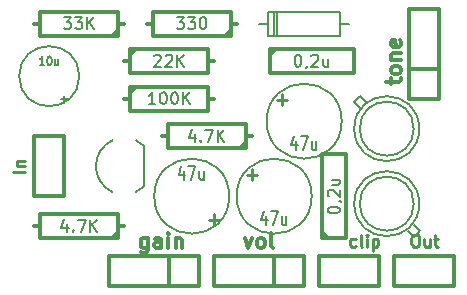
<source format=gto>
G04 #@! TF.FileFunction,Legend,Top*
%FSLAX46Y46*%
G04 Gerber Fmt 4.6, Leading zero omitted, Abs format (unit mm)*
G04 Created by KiCad (PCBNEW 4.0.4+e1-6308~48~ubuntu16.04.1-stable) date Fri Oct 14 22:16:02 2016*
%MOMM*%
%LPD*%
G01*
G04 APERTURE LIST*
%ADD10C,0.100000*%
%ADD11C,0.300000*%
%ADD12C,0.127000*%
%ADD13C,0.304800*%
%ADD14C,0.150000*%
%ADD15C,0.177800*%
%ADD16C,0.203200*%
%ADD17C,0.285750*%
%ADD18C,0.254000*%
G04 APERTURE END LIST*
D10*
D11*
X181337857Y-98455238D02*
X181337857Y-97971428D01*
X180914524Y-98273809D02*
X182003095Y-98273809D01*
X182124048Y-98213333D01*
X182184524Y-98092380D01*
X182184524Y-97971428D01*
X182184524Y-97366666D02*
X182124048Y-97487619D01*
X182063571Y-97548095D01*
X181942619Y-97608571D01*
X181579762Y-97608571D01*
X181458810Y-97548095D01*
X181398333Y-97487619D01*
X181337857Y-97366666D01*
X181337857Y-97185238D01*
X181398333Y-97064286D01*
X181458810Y-97003809D01*
X181579762Y-96943333D01*
X181942619Y-96943333D01*
X182063571Y-97003809D01*
X182124048Y-97064286D01*
X182184524Y-97185238D01*
X182184524Y-97366666D01*
X181337857Y-96399047D02*
X182184524Y-96399047D01*
X181458810Y-96399047D02*
X181398333Y-96338571D01*
X181337857Y-96217618D01*
X181337857Y-96036190D01*
X181398333Y-95915238D01*
X181519286Y-95854761D01*
X182184524Y-95854761D01*
X182124048Y-94766190D02*
X182184524Y-94887142D01*
X182184524Y-95129047D01*
X182124048Y-95249999D01*
X182003095Y-95310475D01*
X181519286Y-95310475D01*
X181398333Y-95249999D01*
X181337857Y-95129047D01*
X181337857Y-94887142D01*
X181398333Y-94766190D01*
X181519286Y-94705713D01*
X181640238Y-94705713D01*
X181761190Y-95310475D01*
X168970477Y-111487857D02*
X169272858Y-112334524D01*
X169575238Y-111487857D01*
X170240477Y-112334524D02*
X170119524Y-112274048D01*
X170059048Y-112213571D01*
X169998572Y-112092619D01*
X169998572Y-111729762D01*
X170059048Y-111608810D01*
X170119524Y-111548333D01*
X170240477Y-111487857D01*
X170421905Y-111487857D01*
X170542857Y-111548333D01*
X170603334Y-111608810D01*
X170663810Y-111729762D01*
X170663810Y-112092619D01*
X170603334Y-112213571D01*
X170542857Y-112274048D01*
X170421905Y-112334524D01*
X170240477Y-112334524D01*
X171389525Y-112334524D02*
X171268572Y-112274048D01*
X171208096Y-112153095D01*
X171208096Y-111064524D01*
X160745714Y-111487857D02*
X160745714Y-112515952D01*
X160685237Y-112636905D01*
X160624761Y-112697381D01*
X160503809Y-112757857D01*
X160322380Y-112757857D01*
X160201428Y-112697381D01*
X160745714Y-112274048D02*
X160624761Y-112334524D01*
X160382857Y-112334524D01*
X160261904Y-112274048D01*
X160201428Y-112213571D01*
X160140952Y-112092619D01*
X160140952Y-111729762D01*
X160201428Y-111608810D01*
X160261904Y-111548333D01*
X160382857Y-111487857D01*
X160624761Y-111487857D01*
X160745714Y-111548333D01*
X161894762Y-112334524D02*
X161894762Y-111669286D01*
X161834285Y-111548333D01*
X161713333Y-111487857D01*
X161471428Y-111487857D01*
X161350476Y-111548333D01*
X161894762Y-112274048D02*
X161773809Y-112334524D01*
X161471428Y-112334524D01*
X161350476Y-112274048D01*
X161290000Y-112153095D01*
X161290000Y-112032143D01*
X161350476Y-111911190D01*
X161471428Y-111850714D01*
X161773809Y-111850714D01*
X161894762Y-111790238D01*
X162499524Y-112334524D02*
X162499524Y-111487857D01*
X162499524Y-111064524D02*
X162439048Y-111125000D01*
X162499524Y-111185476D01*
X162560000Y-111125000D01*
X162499524Y-111064524D01*
X162499524Y-111185476D01*
X163104286Y-111487857D02*
X163104286Y-112334524D01*
X163104286Y-111608810D02*
X163164762Y-111548333D01*
X163285715Y-111487857D01*
X163467143Y-111487857D01*
X163588095Y-111548333D01*
X163648572Y-111669286D01*
X163648572Y-112334524D01*
D12*
X154943173Y-97790000D02*
G75*
G03X154943173Y-97790000I-2543173J0D01*
G01*
X174625000Y-107950000D02*
G75*
G03X174625000Y-107950000I-3175000J0D01*
G01*
X167640000Y-107950000D02*
G75*
G03X167640000Y-107950000I-3175000J0D01*
G01*
D13*
X171069000Y-95504000D02*
X178181000Y-95504000D01*
X178181000Y-95504000D02*
X178181000Y-97536000D01*
X178181000Y-97536000D02*
X171069000Y-97536000D01*
X171069000Y-97536000D02*
X171069000Y-95504000D01*
X171069000Y-96012000D02*
X171577000Y-95504000D01*
D14*
X159746990Y-107597695D02*
G75*
G03X160450000Y-107110000I-996990J2187695D01*
G01*
X159746990Y-103222305D02*
G75*
G02X160450000Y-103710000I-996990J-2187695D01*
G01*
X160450000Y-107110000D02*
X160450000Y-103710000D01*
X157756873Y-107594879D02*
G75*
G02X156350000Y-105410000I993127J2184879D01*
G01*
X157756873Y-103225121D02*
G75*
G03X156350000Y-105410000I993127J-2184879D01*
G01*
X178181000Y-99949000D02*
X178689000Y-100457000D01*
X179197000Y-99949000D02*
X178689000Y-99441000D01*
X178689000Y-99441000D02*
X178181000Y-99949000D01*
X183261000Y-102235000D02*
G75*
G03X183261000Y-102235000I-2286000J0D01*
G01*
X183725000Y-102235000D02*
G75*
G03X183725000Y-102235000I-2750000J0D01*
G01*
X183769000Y-110871000D02*
X183261000Y-110363000D01*
X182753000Y-110871000D02*
X183261000Y-111379000D01*
X183261000Y-111379000D02*
X183769000Y-110871000D01*
X183261000Y-108585000D02*
G75*
G03X183261000Y-108585000I-2286000J0D01*
G01*
X183725000Y-108585000D02*
G75*
G03X183725000Y-108585000I-2750000J0D01*
G01*
D13*
X158750000Y-93345000D02*
X158242000Y-93345000D01*
X151130000Y-93345000D02*
X151638000Y-93345000D01*
X151638000Y-93345000D02*
X151638000Y-94361000D01*
X151638000Y-94361000D02*
X158242000Y-94361000D01*
X158242000Y-94361000D02*
X158242000Y-92329000D01*
X158242000Y-92329000D02*
X151638000Y-92329000D01*
X151638000Y-92329000D02*
X151638000Y-93345000D01*
X158242000Y-93853000D02*
X157734000Y-94361000D01*
X158750000Y-96520000D02*
X159258000Y-96520000D01*
X166370000Y-96520000D02*
X165862000Y-96520000D01*
X165862000Y-96520000D02*
X165862000Y-95504000D01*
X165862000Y-95504000D02*
X159258000Y-95504000D01*
X159258000Y-95504000D02*
X159258000Y-97536000D01*
X159258000Y-97536000D02*
X165862000Y-97536000D01*
X165862000Y-97536000D02*
X165862000Y-96520000D01*
X159258000Y-96012000D02*
X159766000Y-95504000D01*
X158750000Y-99695000D02*
X159258000Y-99695000D01*
X166370000Y-99695000D02*
X165862000Y-99695000D01*
X165862000Y-99695000D02*
X165862000Y-98679000D01*
X165862000Y-98679000D02*
X159258000Y-98679000D01*
X159258000Y-98679000D02*
X159258000Y-100711000D01*
X159258000Y-100711000D02*
X165862000Y-100711000D01*
X165862000Y-100711000D02*
X165862000Y-99695000D01*
X159258000Y-99187000D02*
X159766000Y-98679000D01*
X169545000Y-102870000D02*
X169037000Y-102870000D01*
X161925000Y-102870000D02*
X162433000Y-102870000D01*
X162433000Y-102870000D02*
X162433000Y-103886000D01*
X162433000Y-103886000D02*
X169037000Y-103886000D01*
X169037000Y-103886000D02*
X169037000Y-101854000D01*
X169037000Y-101854000D02*
X162433000Y-101854000D01*
X162433000Y-101854000D02*
X162433000Y-102870000D01*
X169037000Y-103378000D02*
X168529000Y-103886000D01*
X168275000Y-93345000D02*
X167767000Y-93345000D01*
X160655000Y-93345000D02*
X161163000Y-93345000D01*
X161163000Y-93345000D02*
X161163000Y-94361000D01*
X161163000Y-94361000D02*
X167767000Y-94361000D01*
X167767000Y-94361000D02*
X167767000Y-92329000D01*
X167767000Y-92329000D02*
X161163000Y-92329000D01*
X161163000Y-92329000D02*
X161163000Y-93345000D01*
X167767000Y-93853000D02*
X167259000Y-94361000D01*
X158750000Y-110490000D02*
X158242000Y-110490000D01*
X151130000Y-110490000D02*
X151638000Y-110490000D01*
X151638000Y-110490000D02*
X151638000Y-111506000D01*
X151638000Y-111506000D02*
X158242000Y-111506000D01*
X158242000Y-111506000D02*
X158242000Y-109474000D01*
X158242000Y-109474000D02*
X151638000Y-109474000D01*
X151638000Y-109474000D02*
X151638000Y-110490000D01*
X158242000Y-110998000D02*
X157734000Y-111506000D01*
D14*
X170180000Y-93345000D02*
X170942000Y-93345000D01*
X170942000Y-93345000D02*
X170942000Y-94361000D01*
X170942000Y-94361000D02*
X177038000Y-94361000D01*
X177038000Y-94361000D02*
X177038000Y-93345000D01*
X177038000Y-93345000D02*
X177800000Y-93345000D01*
X177038000Y-93345000D02*
X177038000Y-92329000D01*
X177038000Y-92329000D02*
X170942000Y-92329000D01*
X170942000Y-92329000D02*
X170942000Y-93345000D01*
X171450000Y-94361000D02*
X171450000Y-92329000D01*
X171704000Y-92329000D02*
X171704000Y-94361000D01*
D12*
X177165000Y-101600000D02*
G75*
G03X177165000Y-101600000I-3175000J0D01*
G01*
D13*
X153670000Y-107950000D02*
X151130000Y-107950000D01*
X151130000Y-107950000D02*
X151130000Y-102870000D01*
X151130000Y-102870000D02*
X153670000Y-102870000D01*
X153670000Y-102870000D02*
X153670000Y-107950000D01*
X185420000Y-99695000D02*
X182880000Y-99695000D01*
X182880000Y-99695000D02*
X182880000Y-92075000D01*
X182880000Y-92075000D02*
X185420000Y-92075000D01*
X185420000Y-92075000D02*
X185420000Y-99695000D01*
X182880000Y-97155000D02*
X185420000Y-97155000D01*
X165100000Y-113030000D02*
X165100000Y-115570000D01*
X165100000Y-115570000D02*
X157480000Y-115570000D01*
X157480000Y-115570000D02*
X157480000Y-113030000D01*
X157480000Y-113030000D02*
X165100000Y-113030000D01*
X162560000Y-115570000D02*
X162560000Y-113030000D01*
X175514000Y-111506000D02*
X175514000Y-104394000D01*
X175514000Y-104394000D02*
X177546000Y-104394000D01*
X177546000Y-104394000D02*
X177546000Y-111506000D01*
X177546000Y-111506000D02*
X175514000Y-111506000D01*
X176022000Y-111506000D02*
X175514000Y-110998000D01*
X186690000Y-113030000D02*
X186690000Y-115570000D01*
X186690000Y-115570000D02*
X181610000Y-115570000D01*
X181610000Y-115570000D02*
X181610000Y-113030000D01*
X181610000Y-113030000D02*
X186690000Y-113030000D01*
X173990000Y-113030000D02*
X173990000Y-115570000D01*
X173990000Y-115570000D02*
X166370000Y-115570000D01*
X166370000Y-115570000D02*
X166370000Y-113030000D01*
X166370000Y-113030000D02*
X173990000Y-113030000D01*
X171450000Y-115570000D02*
X171450000Y-113030000D01*
X175260000Y-115570000D02*
X175260000Y-113030000D01*
X175260000Y-113030000D02*
X180340000Y-113030000D01*
X180340000Y-113030000D02*
X180340000Y-115570000D01*
X180340000Y-115570000D02*
X175260000Y-115570000D01*
D12*
X151991786Y-96864714D02*
X151628928Y-96864714D01*
X151810357Y-96864714D02*
X151810357Y-96102714D01*
X151749881Y-96211571D01*
X151689405Y-96284143D01*
X151628928Y-96320429D01*
X152384881Y-96102714D02*
X152445357Y-96102714D01*
X152505833Y-96139000D01*
X152536071Y-96175286D01*
X152566309Y-96247857D01*
X152596548Y-96393000D01*
X152596548Y-96574429D01*
X152566309Y-96719571D01*
X152536071Y-96792143D01*
X152505833Y-96828429D01*
X152445357Y-96864714D01*
X152384881Y-96864714D01*
X152324405Y-96828429D01*
X152294167Y-96792143D01*
X152263928Y-96719571D01*
X152233690Y-96574429D01*
X152233690Y-96393000D01*
X152263928Y-96247857D01*
X152294167Y-96175286D01*
X152324405Y-96139000D01*
X152384881Y-96102714D01*
X153140833Y-96356714D02*
X153140833Y-96864714D01*
X152868690Y-96356714D02*
X152868690Y-96755857D01*
X152898929Y-96828429D01*
X152959405Y-96864714D01*
X153050119Y-96864714D01*
X153110595Y-96828429D01*
X153140833Y-96792143D01*
D15*
X153379715Y-99749429D02*
X153960286Y-99749429D01*
X153670000Y-100039714D02*
X153670000Y-99459143D01*
D16*
X170793834Y-109610071D02*
X170793834Y-110372071D01*
X170582167Y-109174643D02*
X170370500Y-109991071D01*
X170920834Y-109991071D01*
X171174834Y-109229071D02*
X171767501Y-109229071D01*
X171386501Y-110372071D01*
X172487168Y-109610071D02*
X172487168Y-110372071D01*
X172106168Y-109610071D02*
X172106168Y-110208786D01*
X172148501Y-110317643D01*
X172233168Y-110372071D01*
X172360168Y-110372071D01*
X172444834Y-110317643D01*
X172487168Y-110263214D01*
D17*
X169109572Y-106126643D02*
X169980429Y-106126643D01*
X169545000Y-106562071D02*
X169545000Y-105691214D01*
D16*
X163808834Y-105800071D02*
X163808834Y-106562071D01*
X163597167Y-105364643D02*
X163385500Y-106181071D01*
X163935834Y-106181071D01*
X164189834Y-105419071D02*
X164782501Y-105419071D01*
X164401501Y-106562071D01*
X165502168Y-105800071D02*
X165502168Y-106562071D01*
X165121168Y-105800071D02*
X165121168Y-106398786D01*
X165163501Y-106507643D01*
X165248168Y-106562071D01*
X165375168Y-106562071D01*
X165459834Y-106507643D01*
X165502168Y-106453214D01*
D17*
X165934572Y-109936643D02*
X166805429Y-109936643D01*
X166370000Y-110372071D02*
X166370000Y-109501214D01*
D16*
X173410714Y-95972381D02*
X173505953Y-95972381D01*
X173601191Y-96020000D01*
X173648810Y-96067619D01*
X173696429Y-96162857D01*
X173744048Y-96353333D01*
X173744048Y-96591429D01*
X173696429Y-96781905D01*
X173648810Y-96877143D01*
X173601191Y-96924762D01*
X173505953Y-96972381D01*
X173410714Y-96972381D01*
X173315476Y-96924762D01*
X173267857Y-96877143D01*
X173220238Y-96781905D01*
X173172619Y-96591429D01*
X173172619Y-96353333D01*
X173220238Y-96162857D01*
X173267857Y-96067619D01*
X173315476Y-96020000D01*
X173410714Y-95972381D01*
X174220238Y-96924762D02*
X174220238Y-96972381D01*
X174172619Y-97067619D01*
X174125000Y-97115238D01*
X174601190Y-96067619D02*
X174648809Y-96020000D01*
X174744047Y-95972381D01*
X174982143Y-95972381D01*
X175077381Y-96020000D01*
X175125000Y-96067619D01*
X175172619Y-96162857D01*
X175172619Y-96258095D01*
X175125000Y-96400952D01*
X174553571Y-96972381D01*
X175172619Y-96972381D01*
X176029762Y-96305714D02*
X176029762Y-96972381D01*
X175601190Y-96305714D02*
X175601190Y-96829524D01*
X175648809Y-96924762D01*
X175744047Y-96972381D01*
X175886905Y-96972381D01*
X175982143Y-96924762D01*
X176029762Y-96877143D01*
X153630476Y-92797381D02*
X154249524Y-92797381D01*
X153916190Y-93178333D01*
X154059048Y-93178333D01*
X154154286Y-93225952D01*
X154201905Y-93273571D01*
X154249524Y-93368810D01*
X154249524Y-93606905D01*
X154201905Y-93702143D01*
X154154286Y-93749762D01*
X154059048Y-93797381D01*
X153773333Y-93797381D01*
X153678095Y-93749762D01*
X153630476Y-93702143D01*
X154582857Y-92797381D02*
X155201905Y-92797381D01*
X154868571Y-93178333D01*
X155011429Y-93178333D01*
X155106667Y-93225952D01*
X155154286Y-93273571D01*
X155201905Y-93368810D01*
X155201905Y-93606905D01*
X155154286Y-93702143D01*
X155106667Y-93749762D01*
X155011429Y-93797381D01*
X154725714Y-93797381D01*
X154630476Y-93749762D01*
X154582857Y-93702143D01*
X155630476Y-93797381D02*
X155630476Y-92797381D01*
X156201905Y-93797381D02*
X155773333Y-93225952D01*
X156201905Y-92797381D02*
X155630476Y-93368810D01*
X161298095Y-96067619D02*
X161345714Y-96020000D01*
X161440952Y-95972381D01*
X161679048Y-95972381D01*
X161774286Y-96020000D01*
X161821905Y-96067619D01*
X161869524Y-96162857D01*
X161869524Y-96258095D01*
X161821905Y-96400952D01*
X161250476Y-96972381D01*
X161869524Y-96972381D01*
X162250476Y-96067619D02*
X162298095Y-96020000D01*
X162393333Y-95972381D01*
X162631429Y-95972381D01*
X162726667Y-96020000D01*
X162774286Y-96067619D01*
X162821905Y-96162857D01*
X162821905Y-96258095D01*
X162774286Y-96400952D01*
X162202857Y-96972381D01*
X162821905Y-96972381D01*
X163250476Y-96972381D02*
X163250476Y-95972381D01*
X163821905Y-96972381D02*
X163393333Y-96400952D01*
X163821905Y-95972381D02*
X163250476Y-96543810D01*
X161393334Y-100147381D02*
X160821905Y-100147381D01*
X161107619Y-100147381D02*
X161107619Y-99147381D01*
X161012381Y-99290238D01*
X160917143Y-99385476D01*
X160821905Y-99433095D01*
X162012381Y-99147381D02*
X162107620Y-99147381D01*
X162202858Y-99195000D01*
X162250477Y-99242619D01*
X162298096Y-99337857D01*
X162345715Y-99528333D01*
X162345715Y-99766429D01*
X162298096Y-99956905D01*
X162250477Y-100052143D01*
X162202858Y-100099762D01*
X162107620Y-100147381D01*
X162012381Y-100147381D01*
X161917143Y-100099762D01*
X161869524Y-100052143D01*
X161821905Y-99956905D01*
X161774286Y-99766429D01*
X161774286Y-99528333D01*
X161821905Y-99337857D01*
X161869524Y-99242619D01*
X161917143Y-99195000D01*
X162012381Y-99147381D01*
X162964762Y-99147381D02*
X163060001Y-99147381D01*
X163155239Y-99195000D01*
X163202858Y-99242619D01*
X163250477Y-99337857D01*
X163298096Y-99528333D01*
X163298096Y-99766429D01*
X163250477Y-99956905D01*
X163202858Y-100052143D01*
X163155239Y-100099762D01*
X163060001Y-100147381D01*
X162964762Y-100147381D01*
X162869524Y-100099762D01*
X162821905Y-100052143D01*
X162774286Y-99956905D01*
X162726667Y-99766429D01*
X162726667Y-99528333D01*
X162774286Y-99337857D01*
X162821905Y-99242619D01*
X162869524Y-99195000D01*
X162964762Y-99147381D01*
X163726667Y-100147381D02*
X163726667Y-99147381D01*
X164298096Y-100147381D02*
X163869524Y-99575952D01*
X164298096Y-99147381D02*
X163726667Y-99718810D01*
X164711191Y-102655714D02*
X164711191Y-103322381D01*
X164473095Y-102274762D02*
X164235000Y-102989048D01*
X164854048Y-102989048D01*
X165235000Y-103227143D02*
X165282619Y-103274762D01*
X165235000Y-103322381D01*
X165187381Y-103274762D01*
X165235000Y-103227143D01*
X165235000Y-103322381D01*
X165615952Y-102322381D02*
X166282619Y-102322381D01*
X165854047Y-103322381D01*
X166663571Y-103322381D02*
X166663571Y-102322381D01*
X167235000Y-103322381D02*
X166806428Y-102750952D01*
X167235000Y-102322381D02*
X166663571Y-102893810D01*
X163179286Y-92797381D02*
X163798334Y-92797381D01*
X163465000Y-93178333D01*
X163607858Y-93178333D01*
X163703096Y-93225952D01*
X163750715Y-93273571D01*
X163798334Y-93368810D01*
X163798334Y-93606905D01*
X163750715Y-93702143D01*
X163703096Y-93749762D01*
X163607858Y-93797381D01*
X163322143Y-93797381D01*
X163226905Y-93749762D01*
X163179286Y-93702143D01*
X164131667Y-92797381D02*
X164750715Y-92797381D01*
X164417381Y-93178333D01*
X164560239Y-93178333D01*
X164655477Y-93225952D01*
X164703096Y-93273571D01*
X164750715Y-93368810D01*
X164750715Y-93606905D01*
X164703096Y-93702143D01*
X164655477Y-93749762D01*
X164560239Y-93797381D01*
X164274524Y-93797381D01*
X164179286Y-93749762D01*
X164131667Y-93702143D01*
X165369762Y-92797381D02*
X165465001Y-92797381D01*
X165560239Y-92845000D01*
X165607858Y-92892619D01*
X165655477Y-92987857D01*
X165703096Y-93178333D01*
X165703096Y-93416429D01*
X165655477Y-93606905D01*
X165607858Y-93702143D01*
X165560239Y-93749762D01*
X165465001Y-93797381D01*
X165369762Y-93797381D01*
X165274524Y-93749762D01*
X165226905Y-93702143D01*
X165179286Y-93606905D01*
X165131667Y-93416429D01*
X165131667Y-93178333D01*
X165179286Y-92987857D01*
X165226905Y-92892619D01*
X165274524Y-92845000D01*
X165369762Y-92797381D01*
X153916191Y-110275714D02*
X153916191Y-110942381D01*
X153678095Y-109894762D02*
X153440000Y-110609048D01*
X154059048Y-110609048D01*
X154440000Y-110847143D02*
X154487619Y-110894762D01*
X154440000Y-110942381D01*
X154392381Y-110894762D01*
X154440000Y-110847143D01*
X154440000Y-110942381D01*
X154820952Y-109942381D02*
X155487619Y-109942381D01*
X155059047Y-110942381D01*
X155868571Y-110942381D02*
X155868571Y-109942381D01*
X156440000Y-110942381D02*
X156011428Y-110370952D01*
X156440000Y-109942381D02*
X155868571Y-110513810D01*
X173333834Y-103260071D02*
X173333834Y-104022071D01*
X173122167Y-102824643D02*
X172910500Y-103641071D01*
X173460834Y-103641071D01*
X173714834Y-102879071D02*
X174307501Y-102879071D01*
X173926501Y-104022071D01*
X175027168Y-103260071D02*
X175027168Y-104022071D01*
X174646168Y-103260071D02*
X174646168Y-103858786D01*
X174688501Y-103967643D01*
X174773168Y-104022071D01*
X174900168Y-104022071D01*
X174984834Y-103967643D01*
X175027168Y-103913214D01*
D17*
X171649572Y-99776643D02*
X172520429Y-99776643D01*
X172085000Y-100212071D02*
X172085000Y-99341214D01*
D18*
X150319619Y-105869619D02*
X149303619Y-105869619D01*
X149642286Y-105385809D02*
X150319619Y-105385809D01*
X149739048Y-105385809D02*
X149690667Y-105337428D01*
X149642286Y-105240666D01*
X149642286Y-105095524D01*
X149690667Y-104998762D01*
X149787429Y-104950381D01*
X150319619Y-104950381D01*
D16*
X175982381Y-109164286D02*
X175982381Y-109069047D01*
X176030000Y-108973809D01*
X176077619Y-108926190D01*
X176172857Y-108878571D01*
X176363333Y-108830952D01*
X176601429Y-108830952D01*
X176791905Y-108878571D01*
X176887143Y-108926190D01*
X176934762Y-108973809D01*
X176982381Y-109069047D01*
X176982381Y-109164286D01*
X176934762Y-109259524D01*
X176887143Y-109307143D01*
X176791905Y-109354762D01*
X176601429Y-109402381D01*
X176363333Y-109402381D01*
X176172857Y-109354762D01*
X176077619Y-109307143D01*
X176030000Y-109259524D01*
X175982381Y-109164286D01*
X176934762Y-108354762D02*
X176982381Y-108354762D01*
X177077619Y-108402381D01*
X177125238Y-108450000D01*
X176077619Y-107973810D02*
X176030000Y-107926191D01*
X175982381Y-107830953D01*
X175982381Y-107592857D01*
X176030000Y-107497619D01*
X176077619Y-107450000D01*
X176172857Y-107402381D01*
X176268095Y-107402381D01*
X176410952Y-107450000D01*
X176982381Y-108021429D01*
X176982381Y-107402381D01*
X176315714Y-106545238D02*
X176982381Y-106545238D01*
X176315714Y-106973810D02*
X176839524Y-106973810D01*
X176934762Y-106926191D01*
X176982381Y-106830953D01*
X176982381Y-106688095D01*
X176934762Y-106592857D01*
X176887143Y-106545238D01*
D18*
X183303334Y-111203619D02*
X183496857Y-111203619D01*
X183593619Y-111252000D01*
X183690381Y-111348762D01*
X183738762Y-111542286D01*
X183738762Y-111880952D01*
X183690381Y-112074476D01*
X183593619Y-112171238D01*
X183496857Y-112219619D01*
X183303334Y-112219619D01*
X183206572Y-112171238D01*
X183109810Y-112074476D01*
X183061429Y-111880952D01*
X183061429Y-111542286D01*
X183109810Y-111348762D01*
X183206572Y-111252000D01*
X183303334Y-111203619D01*
X184609619Y-111542286D02*
X184609619Y-112219619D01*
X184174191Y-111542286D02*
X184174191Y-112074476D01*
X184222572Y-112171238D01*
X184319334Y-112219619D01*
X184464476Y-112219619D01*
X184561238Y-112171238D01*
X184609619Y-112122857D01*
X184948286Y-111542286D02*
X185335334Y-111542286D01*
X185093429Y-111203619D02*
X185093429Y-112074476D01*
X185141810Y-112171238D01*
X185238572Y-112219619D01*
X185335334Y-112219619D01*
X178344286Y-112171238D02*
X178247524Y-112219619D01*
X178054001Y-112219619D01*
X177957239Y-112171238D01*
X177908858Y-112122857D01*
X177860477Y-112026095D01*
X177860477Y-111735810D01*
X177908858Y-111639048D01*
X177957239Y-111590667D01*
X178054001Y-111542286D01*
X178247524Y-111542286D01*
X178344286Y-111590667D01*
X178924858Y-112219619D02*
X178828096Y-112171238D01*
X178779715Y-112074476D01*
X178779715Y-111203619D01*
X179311905Y-112219619D02*
X179311905Y-111542286D01*
X179311905Y-111203619D02*
X179263524Y-111252000D01*
X179311905Y-111300381D01*
X179360286Y-111252000D01*
X179311905Y-111203619D01*
X179311905Y-111300381D01*
X179795715Y-111542286D02*
X179795715Y-112558286D01*
X179795715Y-111590667D02*
X179892477Y-111542286D01*
X180086000Y-111542286D01*
X180182762Y-111590667D01*
X180231143Y-111639048D01*
X180279524Y-111735810D01*
X180279524Y-112026095D01*
X180231143Y-112122857D01*
X180182762Y-112171238D01*
X180086000Y-112219619D01*
X179892477Y-112219619D01*
X179795715Y-112171238D01*
M02*

</source>
